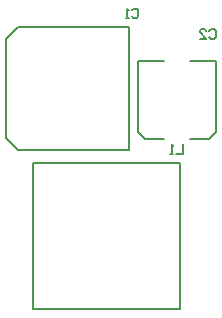
<source format=gbo>
G04 Layer_Color=32896*
%FSLAX44Y44*%
%MOMM*%
G71*
G01*
G75*
%ADD25C,0.1500*%
%ADD26C,0.2000*%
D25*
X21654Y-1294D02*
X22987Y39D01*
X25653D01*
X26986Y-1294D01*
Y-6625D01*
X25653Y-7958D01*
X22987D01*
X21654Y-6625D01*
X18989Y-7958D02*
X16323D01*
X17656D01*
Y39D01*
X18989Y-1294D01*
X87266Y-18793D02*
X88599Y-17461D01*
X91265D01*
X92598Y-18793D01*
Y-24125D01*
X91265Y-25458D01*
X88599D01*
X87266Y-24125D01*
X79269Y-25458D02*
X84601D01*
X79269Y-20126D01*
Y-18793D01*
X80602Y-17461D01*
X83268D01*
X84601Y-18793D01*
X64578Y-114809D02*
Y-122806D01*
X59246D01*
X56581D02*
X53915D01*
X55248D01*
Y-114809D01*
X56581Y-116142D01*
D26*
X19500Y-119500D02*
Y-15500D01*
X-74500D02*
X19500D01*
X-84500Y-25500D02*
X-74500Y-15500D01*
X-74500Y-119500D02*
X19500D01*
X-84500Y-109500D02*
X-74500Y-119500D01*
X-84500Y-109500D02*
Y-25500D01*
X87000Y-110500D02*
X93000Y-104500D01*
Y-44500D01*
X27000Y-104500D02*
X33000Y-110500D01*
X49000D01*
X71000D02*
X87000D01*
X71000Y-44500D02*
X93000D01*
X27000D02*
X49000D01*
X27000Y-104500D02*
Y-44500D01*
X-62000Y-254500D02*
Y-130500D01*
Y-254500D02*
X62000D01*
Y-130500D01*
X-62000D02*
X62000D01*
M02*

</source>
